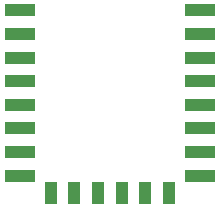
<source format=gbr>
%TF.GenerationSoftware,Flux,Pcbnew,7.0.11-7.0.11~ubuntu20.04.1*%
%TF.CreationDate,2024-08-15T16:12:26+00:00*%
%TF.ProjectId,input,696e7075-742e-46b6-9963-61645f706362,rev?*%
%TF.SameCoordinates,Original*%
%TF.FileFunction,Paste,Bot*%
%TF.FilePolarity,Positive*%
%FSLAX46Y46*%
G04 Gerber Fmt 4.6, Leading zero omitted, Abs format (unit mm)*
G04 Filename: businesscardpcb*
G04 Build it with Flux! Visit our site at: https://www.flux.ai (PCBNEW 7.0.11-7.0.11~ubuntu20.04.1) date 2024-08-15 16:12:26*
%MOMM*%
%LPD*%
G01*
G04 APERTURE LIST*
G04 Aperture macros list*
%AMFreePoly0*
4,1,5,1.250000,-0.500000,-1.250000,-0.500000,-1.250000,0.500000,1.250000,0.500000,1.250000,-0.500000,1.250000,-0.500000,$1*%
%AMFreePoly1*
4,1,5,0.500000,-0.900000,-0.500000,-0.900000,-0.500000,0.900000,0.500000,0.900000,0.500000,-0.900000,0.500000,-0.900000,$1*%
G04 Aperture macros list end*
%ADD10FreePoly0,0.000000*%
%ADD11FreePoly1,0.000000*%
G04 APERTURE END LIST*
D10*
%TO.C,*%
X38890200Y-12759600D03*
X38890200Y-14759600D03*
X23690200Y-14759600D03*
D11*
X32290200Y-24259600D03*
D10*
X23690200Y-18759600D03*
D11*
X36290200Y-24259600D03*
D10*
X23690200Y-12759600D03*
X23690200Y-20759600D03*
D11*
X26290200Y-24259600D03*
D10*
X23690200Y-22759600D03*
X23690200Y-16759600D03*
X23690200Y-8759600D03*
X38890200Y-10759600D03*
D11*
X34290200Y-24259600D03*
D10*
X38890200Y-18759600D03*
X38890200Y-8759600D03*
X38890200Y-22759600D03*
X38890200Y-20759600D03*
X23690200Y-10759600D03*
D11*
X30290200Y-24259600D03*
X28290200Y-24259600D03*
D10*
X38890200Y-16759600D03*
%TD*%
M02*

</source>
